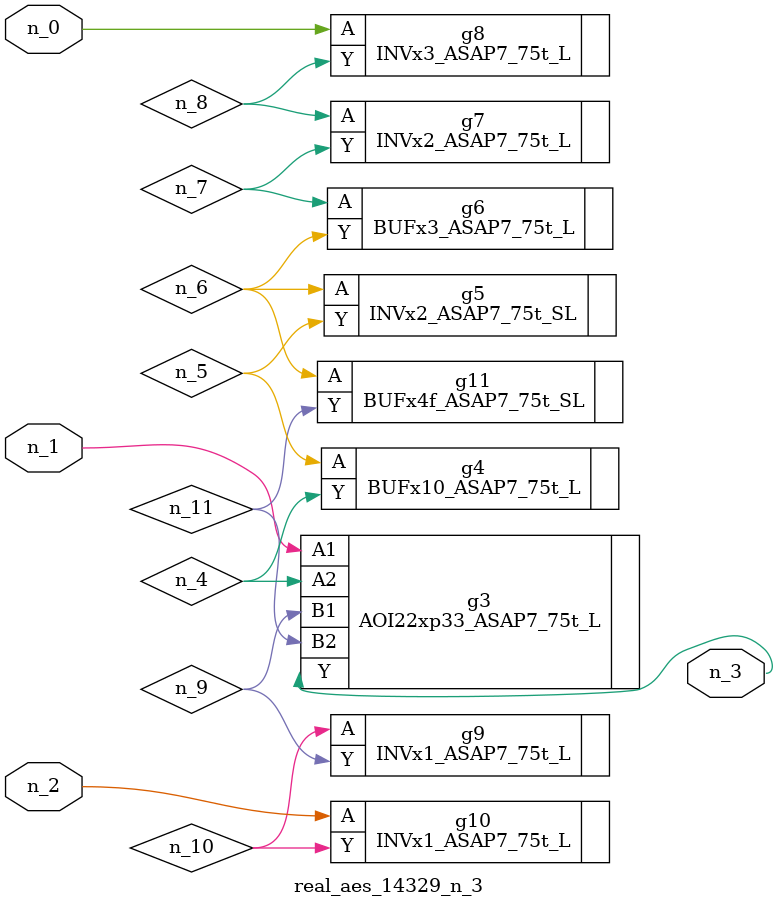
<source format=v>
module real_aes_14329_n_3 (n_0, n_2, n_1, n_3);
input n_0;
input n_2;
input n_1;
output n_3;
wire n_4;
wire n_5;
wire n_7;
wire n_9;
wire n_6;
wire n_8;
wire n_10;
wire n_11;
INVx3_ASAP7_75t_L g8 ( .A(n_0), .Y(n_8) );
AOI22xp33_ASAP7_75t_L g3 ( .A1(n_1), .A2(n_4), .B1(n_9), .B2(n_11), .Y(n_3) );
INVx1_ASAP7_75t_L g10 ( .A(n_2), .Y(n_10) );
BUFx10_ASAP7_75t_L g4 ( .A(n_5), .Y(n_4) );
INVx2_ASAP7_75t_SL g5 ( .A(n_6), .Y(n_5) );
BUFx4f_ASAP7_75t_SL g11 ( .A(n_6), .Y(n_11) );
BUFx3_ASAP7_75t_L g6 ( .A(n_7), .Y(n_6) );
INVx2_ASAP7_75t_L g7 ( .A(n_8), .Y(n_7) );
INVx1_ASAP7_75t_L g9 ( .A(n_10), .Y(n_9) );
endmodule
</source>
